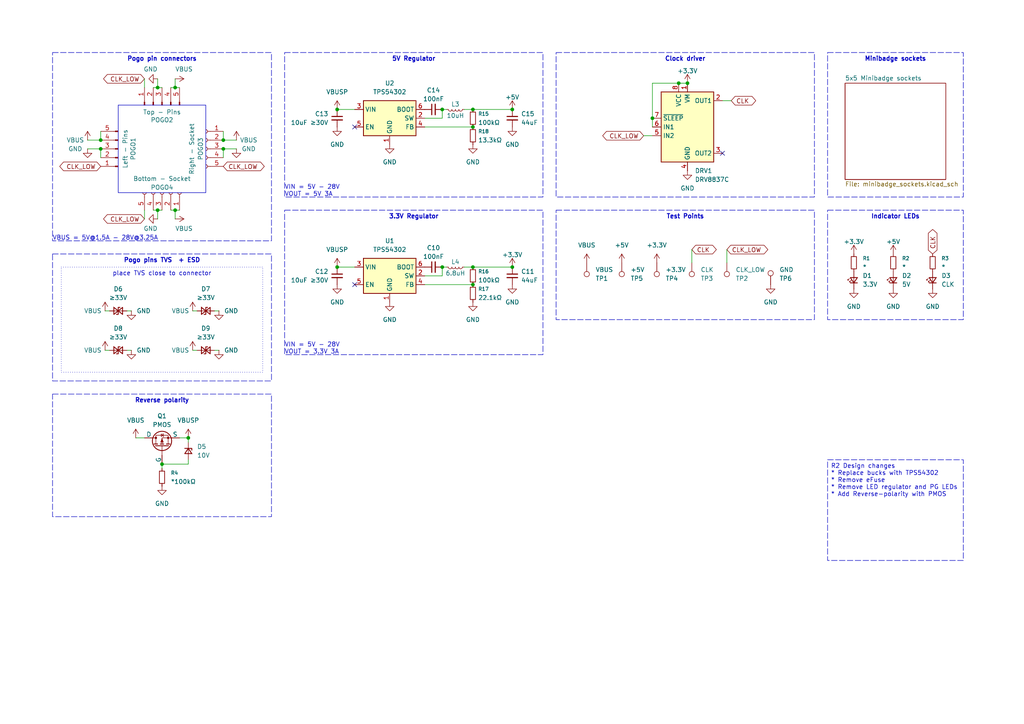
<source format=kicad_sch>
(kicad_sch (version 20250114) (generator "eeschema") (generator_version "9.0")
  (paper "A4")
  (title_block (title "5x5 Tileable Minibadge Display") (date "2026-01-09") (rev "R2") (company "Pips Engineering") (comment 1 "Vin = 5V - 28V 3.25A") (comment 2 "Vout = 3.3V & 5V 3A"))
  (lib_symbols
    (symbol "Connector:Conn_01x05_Pin" (pin_names (offset 1.016) (hide yes))
      (property "Reference" "J" (at 0 7.62 0))
      (property "Value" "Conn_01x05_Pin" (at 0 -7.62 0))
      (symbol "Conn_01x05_Pin_1_1"
        (rectangle (start 0.8636 5.207) (end 0 4.953) (stroke (width 0.1524)) (fill (type outline)))
        (rectangle (start 0.8636 2.667) (end 0 2.413) (stroke (width 0.1524)) (fill (type outline)))
        (rectangle (start 0.8636 0.127) (end 0 -0.127) (stroke (width 0.1524)) (fill (type outline)))
        (rectangle (start 0.8636 -2.413) (end 0 -2.667) (stroke (width 0.1524)) (fill (type outline)))
        (rectangle (start 0.8636 -4.953) (end 0 -5.207) (stroke (width 0.1524)) (fill (type outline)))
        (polyline (pts (xy 1.27 5.08) (xy 0.8636 5.08)) (stroke (width 0.1524)))
        (polyline (pts (xy 1.27 2.54) (xy 0.8636 2.54)) (stroke (width 0.1524)))
        (polyline (pts (xy 1.27 0) (xy 0.8636 0)) (stroke (width 0.1524)))
        (polyline (pts (xy 1.27 -2.54) (xy 0.8636 -2.54)) (stroke (width 0.1524)))
        (polyline (pts (xy 1.27 -5.08) (xy 0.8636 -5.08)) (stroke (width 0.1524)))
        (pin passive line (at 5.08 5.08 180) (length 3.81) (name "Pin_1") (number "1"))
        (pin passive line (at 5.08 2.54 180) (length 3.81) (name "Pin_2") (number "2"))
        (pin passive line (at 5.08 0 180) (length 3.81) (name "Pin_3") (number "3"))
        (pin passive line (at 5.08 -2.54 180) (length 3.81) (name "Pin_4") (number "4"))
        (pin passive line (at 5.08 -5.08 180) (length 3.81) (name "Pin_5") (number "5"))
      )
    )
    (symbol "Connector:Conn_01x05_Socket" (pin_names (offset 1.016) (hide yes))
      (property "Reference" "J" (at 0 7.62 0))
      (property "Value" "Conn_01x05_Socket" (at 0 -7.62 0))
      (symbol "Conn_01x05_Socket_1_1"
        (polyline (pts (xy -1.27 5.08) (xy -0.508 5.08)) (stroke (width 0.1524)))
        (polyline (pts (xy -1.27 2.54) (xy -0.508 2.54)) (stroke (width 0.1524)))
        (polyline (pts (xy -1.27 0) (xy -0.508 0)) (stroke (width 0.1524)))
        (polyline (pts (xy -1.27 -2.54) (xy -0.508 -2.54)) (stroke (width 0.1524)))
        (polyline (pts (xy -1.27 -5.08) (xy -0.508 -5.08)) (stroke (width 0.1524)))
        (arc (start 0 4.572) (mid -0.5058 5.08) (end 0 5.588) (stroke (width 0.1524)))
        (arc (start 0 2.032) (mid -0.5058 2.54) (end 0 3.048) (stroke (width 0.1524)))
        (arc (start 0 -0.508) (mid -0.5058 0) (end 0 0.508) (stroke (width 0.1524)))
        (arc (start 0 -3.048) (mid -0.5058 -2.54) (end 0 -2.032) (stroke (width 0.1524)))
        (arc (start 0 -5.588) (mid -0.5058 -5.08) (end 0 -4.572) (stroke (width 0.1524)))
        (pin passive line (at -5.08 5.08 0) (length 3.81) (name "Pin_1") (number "1"))
        (pin passive line (at -5.08 2.54 0) (length 3.81) (name "Pin_2") (number "2"))
        (pin passive line (at -5.08 0 0) (length 3.81) (name "Pin_3") (number "3"))
        (pin passive line (at -5.08 -2.54 0) (length 3.81) (name "Pin_4") (number "4"))
        (pin passive line (at -5.08 -5.08 0) (length 3.81) (name "Pin_5") (number "5"))
      )
    )
    (symbol "Connector:TestPoint" (pin_numbers (hide yes)) (pin_names (offset 0.762) (hide yes))
      (property "Reference" "TP" (at 0 6.858 0))
      (property "Value" "TestPoint" (at 0 5.08 0))
      (symbol "TestPoint_0_1"
        (circle (center 0 3.302) (radius 0.762))
      )
      (symbol "TestPoint_1_1"
        (pin passive line (at 0 0 90) (length 2.54) (name "1") (number "1"))
      )
    )
    (symbol "Device:C_Small" (pin_numbers (hide yes)) (pin_names (offset 0.254) (hide yes))
      (property "Reference" "C" (at 0.254 1.778 0))
      (property "Value" "C_Small" (at 0.254 -2.032 0))
      (symbol "C_Small_0_1"
        (polyline (pts (xy -1.524 0.508) (xy 1.524 0.508)) (stroke (width 0.3048)))
        (polyline (pts (xy -1.524 -0.508) (xy 1.524 -0.508)) (stroke (width 0.3302)))
      )
      (symbol "C_Small_1_1"
        (pin passive line (at 0 2.54 270) (length 2.032) (name "~") (number "1"))
        (pin passive line (at 0 -2.54 90) (length 2.032) (name "~") (number "2"))
      )
    )
    (symbol "Device:D_TVS_Small" (pin_numbers (hide yes)) (pin_names (offset 1.016) (hide yes))
      (property "Reference" "D" (at 0 2.54 0))
      (property "Value" "D_TVS_Small" (at 0 -2.54 0))
      (symbol "D_TVS_Small_0_1"
        (polyline (pts (xy -1.27 1.016) (xy -1.27 -1.016) (xy 1.27 1.016) (xy 1.27 -1.016) (xy -1.27 1.016)) (stroke (width 0.254)))
        (polyline (pts (xy -1.27 0) (xy 1.27 0)))
        (polyline (pts (xy 0.508 1.016) (xy 0 1.016) (xy 0 -1.016) (xy -0.508 -1.016)) (stroke (width 0.254)))
      )
      (symbol "D_TVS_Small_1_1"
        (pin passive line (at -2.54 0 0) (length 1.27) (name "A1") (number "1"))
        (pin passive line (at 2.54 0 180) (length 1.27) (name "A2") (number "2"))
      )
    )
    (symbol "Device:D_Zener_Small" (pin_numbers (hide yes)) (pin_names (offset 0.254) (hide yes))
      (property "Reference" "D" (at 0 2.286 0))
      (property "Value" "D_Zener_Small" (at 0 -2.286 0))
      (symbol "D_Zener_Small_0_1"
        (polyline (pts (xy -0.254 1.016) (xy -0.762 1.016) (xy -0.762 -1.016)) (stroke (width 0.254)))
        (polyline (pts (xy 0.762 1.016) (xy -0.762 0) (xy 0.762 -1.016) (xy 0.762 1.016)) (stroke (width 0.254)))
        (polyline (pts (xy 0.762 0) (xy -0.762 0)))
      )
      (symbol "D_Zener_Small_1_1"
        (pin passive line (at -2.54 0 0) (length 1.778) (name "K") (number "1"))
        (pin passive line (at 2.54 0 180) (length 1.778) (name "A") (number "2"))
      )
    )
    (symbol "Device:LED_Small" (pin_numbers (hide yes)) (pin_names (offset 0.254) (hide yes))
      (property "Reference" "D" (at -1.27 3.175 0))
      (property "Value" "LED_Small" (at -4.445 -2.54 0))
      (symbol "LED_Small_0_1"
        (polyline (pts (xy -0.762 -1.016) (xy -0.762 1.016)) (stroke (width 0.254)))
        (polyline (pts (xy 0 0.762) (xy -0.508 1.27) (xy -0.254 1.27) (xy -0.508 1.27) (xy -0.508 1.016)))
        (polyline (pts (xy 0.508 1.27) (xy 0 1.778) (xy 0.254 1.778) (xy 0 1.778) (xy 0 1.524)))
        (polyline (pts (xy 0.762 -1.016) (xy -0.762 0) (xy 0.762 1.016) (xy 0.762 -1.016)) (stroke (width 0.254)))
        (polyline (pts (xy 1.016 0) (xy -0.762 0)))
      )
      (symbol "LED_Small_1_1"
        (pin passive line (at -2.54 0 0) (length 1.778) (name "K") (number "1"))
        (pin passive line (at 2.54 0 180) (length 1.778) (name "A") (number "2"))
      )
    )
    (symbol "Device:L_Small" (pin_numbers (hide yes)) (pin_names (offset 0.254) (hide yes))
      (property "Reference" "L" (at 0.762 1.016 0))
      (property "Value" "L_Small" (at 0.762 -1.016 0))
      (symbol "L_Small_0_1"
        (arc (start 0 2.032) (mid 0.5058 1.524) (end 0 1.016))
        (arc (start 0 1.016) (mid 0.5058 0.508) (end 0 0))
        (arc (start 0 0) (mid 0.5058 -0.508) (end 0 -1.016))
        (arc (start 0 -1.016) (mid 0.5058 -1.524) (end 0 -2.032))
      )
      (symbol "L_Small_1_1"
        (pin passive line (at 0 2.54 270) (length 0.508) (name "~") (number "1"))
        (pin passive line (at 0 -2.54 90) (length 0.508) (name "~") (number "2"))
      )
    )
    (symbol "Device:R_Small" (pin_numbers (hide yes)) (pin_names (offset 0.254) (hide yes))
      (property "Reference" "R" (at 0 0 90))
      (property "Value" "R_Small" (at 1.778 0 90))
      (symbol "R_Small_0_1"
        (rectangle (start -0.762 1.778) (end 0.762 -1.778) (stroke (width 0.2032)))
      )
      (symbol "R_Small_1_1"
        (pin passive line (at 0 2.54 270) (length 0.762) (name "~") (number "1"))
        (pin passive line (at 0 -2.54 90) (length 0.762) (name "~") (number "2"))
      )
    )
    (symbol "Driver_Motor:DRV8837C"
      (property "Reference" "U" (at 6.35 11.43 0))
      (property "Value" "DRV8837C" (at -10.16 11.43 0))
      (symbol "DRV8837C_0_1"
        (rectangle (start -7.62 10.16) (end 7.62 -10.16) (stroke (width 0.254)) (fill (type background)))
      )
      (symbol "DRV8837C_1_1"
        (pin input line (at -10.16 2.54 0) (length 2.54) (name "~{SLEEP}") (number "7"))
        (pin input line (at -10.16 0 0) (length 2.54) (name "IN1") (number "6"))
        (pin input line (at -10.16 -2.54 0) (length 2.54) (name "IN2") (number "5"))
        (pin power_in line (at -2.54 12.7 270) (length 2.54) (name "VCC") (number "8"))
        (pin power_in line (at 0 12.7 270) (length 2.54) (name "VM") (number "1"))
        (pin power_in line (at 0 -12.7 90) (length 2.54) (name "GND") (number "4"))
        (pin passive line (at 0 -12.7 90) (length 2.54) (hide yes) (name "GND") (number "9"))
        (pin output line (at 10.16 7.62 180) (length 2.54) (name "OUT1") (number "2"))
        (pin output line (at 10.16 -7.62 180) (length 2.54) (name "OUT2") (number "3"))
      )
    )
    (symbol "Regulator_Switching:TPS54302"
      (property "Reference" "U" (at -7.62 6.35 0))
      (property "Value" "TPS54302" (at 0 6.35 0))
      (symbol "TPS54302_0_1"
        (rectangle (start -7.62 5.08) (end 7.62 -5.08) (stroke (width 0.254)) (fill (type background)))
      )
      (symbol "TPS54302_1_1"
        (pin power_in line (at -10.16 2.54 0) (length 2.54) (name "VIN") (number "3"))
        (pin input line (at -10.16 -2.54 0) (length 2.54) (name "EN") (number "5"))
        (pin power_in line (at 0 -7.62 90) (length 2.54) (name "GND") (number "1"))
        (pin passive line (at 10.16 2.54 180) (length 2.54) (name "BOOT") (number "6"))
        (pin power_out line (at 10.16 0 180) (length 2.54) (name "SW") (number "2"))
        (pin input line (at 10.16 -2.54 180) (length 2.54) (name "FB") (number "4"))
      )
    )
    (symbol "Simulation_SPICE:PMOS" (pin_numbers (hide yes)) (pin_names (offset 0))
      (property "Reference" "Q" (at 5.08 1.27 0))
      (property "Value" "PMOS" (at 5.08 -1.27 0))
      (symbol "PMOS_0_1"
        (polyline (pts (xy 0.254 1.905) (xy 0.254 -1.905)) (stroke (width 0.254)))
        (polyline (pts (xy 0.254 0) (xy -2.54 0)))
        (polyline (pts (xy 0.762 2.286) (xy 0.762 1.27)) (stroke (width 0.254)))
        (polyline (pts (xy 0.762 1.778) (xy 3.302 1.778) (xy 3.302 -1.778) (xy 0.762 -1.778)))
        (polyline (pts (xy 0.762 0.508) (xy 0.762 -0.508)) (stroke (width 0.254)))
        (polyline (pts (xy 0.762 -1.27) (xy 0.762 -2.286)) (stroke (width 0.254)))
        (circle (center 1.651 0) (radius 2.794) (stroke (width 0.254)))
        (polyline (pts (xy 2.286 0) (xy 1.27 0.381) (xy 1.27 -0.381) (xy 2.286 0)) (fill (type outline)))
        (polyline (pts (xy 2.54 2.54) (xy 2.54 1.778)))
        (circle (center 2.54 1.778) (radius 0.254) (fill (type outline)))
        (circle (center 2.54 -1.778) (radius 0.254) (fill (type outline)))
        (polyline (pts (xy 2.54 -2.54) (xy 2.54 0) (xy 0.762 0)))
        (polyline (pts (xy 2.794 -0.508) (xy 2.921 -0.381) (xy 3.683 -0.381) (xy 3.81 -0.254)))
        (polyline (pts (xy 3.302 -0.381) (xy 2.921 0.254) (xy 3.683 0.254) (xy 3.302 -0.381)))
      )
      (symbol "PMOS_1_1"
        (pin input line (at -5.08 0 0) (length 2.54) (name "G") (number "2"))
        (pin passive line (at 2.54 5.08 270) (length 2.54) (name "D") (number "1"))
        (pin passive line (at 2.54 -5.08 90) (length 2.54) (name "S") (number "3"))
      )
    )
    (symbol "power:+3.3V" (power) (pin_numbers (hide yes)) (pin_names (offset 0) (hide yes))
      (property "Value" "+3.3V" (at 0 3.556 0))
      (symbol "+3.3V_0_1"
        (polyline (pts (xy -0.762 1.27) (xy 0 2.54)))
        (polyline (pts (xy 0 2.54) (xy 0.762 1.27)))
        (polyline (pts (xy 0 0) (xy 0 2.54)))
      )
      (symbol "+3.3V_1_1"
        (pin power_in line (at 0 0 90) (length 0) (name "~") (number "1"))
      )
    )
    (symbol "power:+5V" (power) (pin_numbers (hide yes)) (pin_names (offset 0) (hide yes))
      (property "Value" "+5V" (at 0 3.556 0))
      (symbol "+5V_0_1"
        (polyline (pts (xy -0.762 1.27) (xy 0 2.54)))
        (polyline (pts (xy 0 2.54) (xy 0.762 1.27)))
        (polyline (pts (xy 0 0) (xy 0 2.54)))
      )
      (symbol "+5V_1_1"
        (pin power_in line (at 0 0 90) (length 0) (name "~") (number "1"))
      )
    )
    (symbol "power:GND" (power) (pin_numbers (hide yes)) (pin_names (offset 0) (hide yes))
      (property "Value" "GND" (at 0 -3.81 0))
      (symbol "GND_0_1"
        (polyline (pts (xy 0 0) (xy 0 -1.27) (xy 1.27 -1.27) (xy 0 -2.54) (xy -1.27 -1.27) (xy 0 -1.27)))
      )
      (symbol "GND_1_1"
        (pin power_in line (at 0 0 270) (length 0) (name "~") (number "1"))
      )
    )
    (symbol "power:VBUS" (power) (pin_numbers (hide yes)) (pin_names (offset 0) (hide yes))
      (property "Value" "VBUS" (at 0 3.556 0))
      (symbol "VBUS_0_1"
        (polyline (pts (xy -0.762 1.27) (xy 0 2.54)))
        (polyline (pts (xy 0 2.54) (xy 0.762 1.27)))
        (polyline (pts (xy 0 0) (xy 0 2.54)))
      )
      (symbol "VBUS_1_1"
        (pin power_in line (at 0 0 90) (length 0) (name "~") (number "1"))
      )
    )
  )
  (rectangle (start 34.29 30.48) (end 59.69 55.88))
  (text "VBUS = 5V@1.5A - 28V@3.25A" (at 15.24 69.85 0) (effects (font (size 1.27 1.27)) (justify left bottom)))
  (text "VIN = 5V - 28V\nVOUT = 5V 3A" (at 82.55 57.15 0) (effects (font (size 1.27 1.27)) (justify left bottom)))
  (text "VIN = 5V - 28V\nVOUT = 3.3V 3A" (at 82.55 102.87 0) (effects (font (size 1.27 1.27)) (justify left bottom)))
  (text_box "3.3V Regulator" (at 82.55 60.96 0) (size 74.93 41.91) (margins 0.9525 0.9525 0.9525 0.9525) (stroke (width 0) (type dash)) (effects (font (size 1.27 1.27) (thickness 0.254) (bold yes)) (justify top)))
  (text_box "Reverse polarity" (at 15.24 114.3 0) (size 63.5 35.56) (margins 0.9525 0.9525 0.9525 0.9525) (stroke (width 0) (type dash)) (effects (font (size 1.27 1.27) (thickness 0.254) (bold yes)) (justify top)))
  (text_box "Clock driver" (at 161.29 15.24 0) (size 74.93 41.91) (margins 0.9525 0.9525 0.9525 0.9525) (stroke (width 0) (type dash)) (effects (font (size 1.27 1.27) (thickness 0.254) (bold yes)) (justify top)))
  (text_box "place TVS close to connector" (at 17.78 77.47 0) (size 58.42 30.48) (margins 0.9525 0.9525 0.9525 0.9525) (stroke (width 0) (type dot)) (effects (font (size 1.27 1.27)) (justify top)))
  (text_box "Test Points" (at 161.29 60.96 0) (size 74.93 31.75) (margins 0.9525 0.9525 0.9525 0.9525) (stroke (width 0) (type dash)) (effects (font (size 1.27 1.27) (thickness 0.254) (bold yes)) (justify top)))
  (text_box "Indicator LEDs" (at 240.03 60.96 0) (size 39.37 31.75) (margins 0.9525 0.9525 0.9525 0.9525) (stroke (width 0) (type dash)) (effects (font (size 1.27 1.27) (thickness 0.254) (bold yes)) (justify top)))
  (text_box "Pogo pins TVS  + ESD" (at 15.24 73.66 0) (size 63.5 36.83) (margins 0.9525 0.9525 0.9525 0.9525) (stroke (width 0) (type dash)) (effects (font (size 1.27 1.27) (thickness 0.254) (bold yes)) (justify top)))
  (text_box "Pogo pin connectors" (at 15.24 15.24 0) (size 63.5 54.61) (margins 0.9525 0.9525 0.9525 0.9525) (stroke (width 0) (type dash)) (effects (font (size 1.27 1.27) (thickness 0.254) (bold yes)) (justify top)))
  (text_box "Minibadge sockets" (at 240.03 15.24 0) (size 39.37 41.91) (margins 0.9525 0.9525 0.9525 0.9525) (stroke (width 0) (type dash)) (effects (font (size 1.27 1.27) (thickness 0.254) (bold yes)) (justify top)))
  (text_box "R2 Design changes\n* Replace bucks with TPS54302\n* Remove eFuse\n* Remove LED regulator and PG LEDs\n* Add Reverse-polarity with PMOS" (at 240.03 133.35 0) (size 39.37 29.21) (margins 0.9525 0.9525 0.9525 0.9525) (stroke (width 0) (type dash)) (effects (font (size 1.27 1.27)) (justify left top)))
  (text_box "5V Regulator" (at 82.55 15.24 0) (size 74.93 41.91) (margins 0.9525 0.9525 0.9525 0.9525) (stroke (width 0) (type dash)) (effects (font (size 1.27 1.27) (thickness 0.254) (bold yes)) (justify top)))
  (junction (at 50.8 60.96))
  (junction (at 137.16 31.75))
  (junction (at 46.99 134.62))
  (junction (at 128.27 77.47))
  (junction (at 45.72 60.96))
  (junction (at 54.61 127))
  (junction (at 148.59 77.47))
  (junction (at 50.8 25.4))
  (junction (at 97.79 31.75))
  (junction (at 45.72 25.4))
  (junction (at 64.77 40.64))
  (junction (at 199.39 24.13))
  (junction (at 137.16 77.47))
  (junction (at 196.85 24.13))
  (junction (at 29.21 43.18))
  (junction (at 128.27 31.75))
  (junction (at 137.16 82.55))
  (junction (at 29.21 40.64))
  (junction (at 137.16 36.83))
  (junction (at 64.77 43.18))
  (junction (at 148.59 31.75))
  (junction (at 97.79 77.47))
  (junction (at 189.23 34.29))
  (no_connect (at 102.87 36.83))
  (no_connect (at 209.55 44.45))
  (no_connect (at 102.87 82.55))
  (wire (pts (xy 25.4 40.64) (xy 29.21 40.64)))
  (wire (pts (xy 200.66 72.39) (xy 200.66 76.2)))
  (wire (pts (xy 29.21 43.18) (xy 29.21 45.72)))
  (wire (pts (xy 39.37 127) (xy 41.91 127)))
  (wire (pts (xy 52.07 25.4) (xy 50.8 25.4)))
  (wire (pts (xy 196.85 24.13) (xy 189.23 24.13)))
  (wire (pts (xy 68.58 40.64) (xy 64.77 40.64)))
  (wire (pts (xy 52.07 127) (xy 54.61 127)))
  (wire (pts (xy 45.72 25.4) (xy 44.45 25.4)))
  (wire (pts (xy 210.82 72.39) (xy 210.82 76.2)))
  (wire (pts (xy 45.72 60.96) (xy 44.45 60.96)))
  (wire (pts (xy 63.5 101.6) (xy 62.23 101.6)))
  (wire (pts (xy 134.62 31.75) (xy 137.16 31.75)))
  (wire (pts (xy 45.72 25.4) (xy 46.99 25.4)))
  (wire (pts (xy 134.62 77.47) (xy 137.16 77.47)))
  (wire (pts (xy 123.19 82.55) (xy 137.16 82.55)))
  (wire (pts (xy 137.16 31.75) (xy 148.59 31.75)))
  (wire (pts (xy 30.48 90.17) (xy 31.75 90.17)))
  (wire (pts (xy 199.39 24.13) (xy 196.85 24.13)))
  (wire (pts (xy 97.79 31.75) (xy 102.87 31.75)))
  (wire (pts (xy 64.77 40.64) (xy 64.77 38.1)))
  (wire (pts (xy 38.1 101.6) (xy 36.83 101.6)))
  (wire (pts (xy 41.91 63.5) (xy 41.91 60.96)))
  (wire (pts (xy 63.5 90.17) (xy 62.23 90.17)))
  (wire (pts (xy 29.21 38.1) (xy 29.21 40.64)))
  (wire (pts (xy 123.19 36.83) (xy 137.16 36.83)))
  (wire (pts (xy 137.16 77.47) (xy 148.59 77.47)))
  (wire (pts (xy 50.8 22.86) (xy 50.8 25.4)))
  (wire (pts (xy 45.72 22.86) (xy 45.72 25.4)))
  (wire (pts (xy 55.88 101.6) (xy 57.15 101.6)))
  (wire (pts (xy 123.19 34.29) (xy 128.27 34.29)))
  (wire (pts (xy 97.79 77.47) (xy 102.87 77.47)))
  (wire (pts (xy 25.4 43.18) (xy 29.21 43.18)))
  (wire (pts (xy 45.72 63.5) (xy 45.72 60.96)))
  (wire (pts (xy 30.48 101.6) (xy 31.75 101.6)))
  (wire (pts (xy 128.27 34.29) (xy 128.27 31.75)))
  (wire (pts (xy 128.27 31.75) (xy 129.54 31.75)))
  (wire (pts (xy 55.88 90.17) (xy 57.15 90.17)))
  (wire (pts (xy 38.1 90.17) (xy 36.83 90.17)))
  (wire (pts (xy 186.69 39.37) (xy 189.23 39.37)))
  (wire (pts (xy 46.99 134.62) (xy 54.61 134.62)))
  (wire (pts (xy 189.23 34.29) (xy 189.23 36.83)))
  (wire (pts (xy 128.27 77.47) (xy 129.54 77.47)))
  (wire (pts (xy 189.23 24.13) (xy 189.23 34.29)))
  (wire (pts (xy 46.99 134.62) (xy 46.99 135.89)))
  (wire (pts (xy 212.09 29.21) (xy 209.55 29.21)))
  (wire (pts (xy 54.61 133.35) (xy 54.61 134.62)))
  (wire (pts (xy 64.77 43.18) (xy 68.58 43.18)))
  (wire (pts (xy 50.8 60.96) (xy 49.53 60.96)))
  (wire (pts (xy 41.91 22.86) (xy 41.91 25.4)))
  (wire (pts (xy 54.61 127) (xy 54.61 128.27)))
  (wire (pts (xy 64.77 43.18) (xy 64.77 45.72)))
  (wire (pts (xy 50.8 25.4) (xy 49.53 25.4)))
  (wire (pts (xy 123.19 80.01) (xy 128.27 80.01)))
  (wire (pts (xy 46.99 60.96) (xy 45.72 60.96)))
  (wire (pts (xy 128.27 80.01) (xy 128.27 77.47)))
  (wire (pts (xy 50.8 60.96) (xy 52.07 60.96)))
  (wire (pts (xy 50.8 63.5) (xy 50.8 60.96)))
  (global_label "CLK" (shape bidirectional) (at 200.66 72.39 0) (property "Intersheetrefs" "${INTERSHEET_REFS}" (effects (hide yes))))
  (global_label "CLK" (shape bidirectional) (at 270.51 73.66 90) (property "Intersheetrefs" "${INTERSHEET_REFS}" (effects (hide yes))))
  (global_label "CLK_LOW" (shape bidirectional) (at 41.91 22.86 180) (property "Intersheetrefs" "${INTERSHEET_REFS}" (effects (hide yes))))
  (global_label "CLK_LOW" (shape bidirectional) (at 210.82 72.39 0) (property "Intersheetrefs" "${INTERSHEET_REFS}" (effects (hide yes))))
  (global_label "CLK_LOW" (shape bidirectional) (at 29.21 48.26 180) (property "Intersheetrefs" "${INTERSHEET_REFS}" (effects (hide yes))))
  (global_label "CLK" (shape bidirectional) (at 212.09 29.21 0) (property "Intersheetrefs" "${INTERSHEET_REFS}" (effects (hide yes))))
  (global_label "CLK_LOW" (shape bidirectional) (at 64.77 48.26 0) (property "Intersheetrefs" "${INTERSHEET_REFS}" (effects (hide yes))))
  (global_label "CLK_LOW" (shape bidirectional) (at 41.91 63.5 180) (property "Intersheetrefs" "${INTERSHEET_REFS}" (effects (hide yes))))
  (global_label "CLK_LOW" (shape bidirectional) (at 186.69 39.37 180) (property "Intersheetrefs" "${INTERSHEET_REFS}" (effects (hide yes))))
  (symbol (lib_id "power:GND") (at 223.52 82.55 0) (unit 1)
    (property "Reference" "#PWR0164" (effects (hide yes)))
    (property "Value" "GND" (at 223.52 87.63 0))
    (property "Description" "Power symbol creates a global label with name \"GND\" , ground" (effects (hide yes)))
  )
  (symbol (lib_id "Device:L_Small") (at 132.08 31.75 90) (mirror x) (unit 1)
    (property "Reference" "L3" (at 132.08 30.226 90))
    (property "Value" "10uH" (at 132.08 33.528 90))
    (property "Description" "Inductor, small symbol" (effects (hide yes)))
    (property "LCSC Part #" "C5189958" (effects (hide yes)))
  )
  (symbol (lib_id "power:VBUS") (at 54.61 127 0) (unit 1)
    (property "Reference" "#PWR0170" (effects (hide yes)))
    (property "Value" "VBUSP" (at 54.61 121.92 0))
    (property "Description" "Power symbol creates a global label with name \"VBUS\"" (effects (hide yes)))
  )
  (symbol (lib_id "power:GND") (at 38.1 101.6 0) (mirror y) (unit 1)
    (property "Reference" "#PWR0189" (effects (hide yes)))
    (property "Value" "GND" (at 41.656 101.6 0))
    (property "Description" "Power symbol creates a global label with name \"GND\" , ground" (effects (hide yes)))
  )
  (symbol (lib_id "Device:R_Small") (at 270.51 76.2 0) (unit 1)
    (property "Reference" "R3" (at 273.05 74.9299 0) (effects (font (size 1.016 1.016)) (justify left)))
    (property "Value" "*" (at 273.05 77.4699 0) (effects (justify left)))
    (property "Description" "Resistor, small symbol" (effects (hide yes)))
  )
  (symbol (lib_id "Device:C_Small") (at 148.59 80.01 0) (unit 1)
    (property "Reference" "C11" (at 151.13 78.7462 0) (effects (justify left)))
    (property "Value" "44uF" (at 151.13 81.2862 0) (effects (justify left)))
    (property "Description" "Unpolarized capacitor, small symbol" (effects (hide yes)))
  )
  (symbol (lib_id "power:VBUS") (at 170.18 76.2 0) (unit 1)
    (property "Reference" "#PWR0167" (effects (hide yes)))
    (property "Value" "VBUS" (at 170.18 71.12 0))
    (property "Description" "Power symbol creates a global label with name \"VBUS\"" (effects (hide yes)))
  )
  (symbol (lib_id "Device:R_Small") (at 137.16 34.29 0) (unit 1)
    (property "Reference" "R15" (at 138.684 33.02 0) (effects (font (size 1.016 1.016)) (justify left)))
    (property "Value" "100kΩ" (at 138.684 35.56 0) (effects (justify left)))
    (property "Description" "Resistor, small symbol" (effects (hide yes)))
  )
  (symbol (lib_id "power:VBUS") (at 30.48 90.17 0) (unit 1)
    (property "Reference" "#PWR0169" (effects (hide yes)))
    (property "Value" "VBUS" (at 26.924 90.17 0))
    (property "Description" "Power symbol creates a global label with name \"VBUS\"" (effects (hide yes)))
  )
  (symbol (lib_id "power:GND") (at 63.5 101.6 0) (mirror y) (unit 1)
    (property "Reference" "#PWR0191" (effects (hide yes)))
    (property "Value" "GND" (at 67.056 101.6 0))
    (property "Description" "Power symbol creates a global label with name \"GND\" , ground" (effects (hide yes)))
  )
  (symbol (lib_id "power:+5V") (at 180.34 76.2 0) (unit 1)
    (property "Reference" "#PWR0165" (effects (hide yes)))
    (property "Value" "+5V" (at 180.34 71.12 0))
    (property "Description" "Power symbol creates a global label with name \"+5V\"" (effects (hide yes)))
  )
  (symbol (lib_id "power:GND") (at 25.4 43.18 0) (unit 1)
    (property "Reference" "#PWR02" (effects (hide yes)))
    (property "Value" "GND" (at 21.844 43.18 0))
    (property "Description" "Power symbol creates a global label with name \"GND\" , ground" (effects (hide yes)))
  )
  (symbol (lib_id "Device:C_Small") (at 148.59 34.29 0) (unit 1)
    (property "Reference" "C15" (at 151.13 33.0262 0) (effects (justify left)))
    (property "Value" "44uF" (at 151.13 35.5662 0) (effects (justify left)))
    (property "Description" "Unpolarized capacitor, small symbol" (effects (hide yes)))
  )
  (symbol (lib_id "Device:C_Small") (at 125.73 77.47 90) (unit 1)
    (property "Reference" "C10" (at 125.73 71.882 90))
    (property "Value" "100nF" (at 125.73 74.422 90))
    (property "Description" "Unpolarized capacitor, small symbol" (effects (hide yes)))
  )
  (symbol (lib_id "power:GND") (at 45.72 22.86 270) (unit 1)
    (property "Reference" "#PWR0155" (effects (hide yes)))
    (property "Value" "GND" (at 45.72 20.066 90) (effects (justify right)))
    (property "Description" "Power symbol creates a global label with name \"GND\" , ground" (effects (hide yes)))
  )
  (symbol (lib_id "power:VBUS") (at 39.37 127 0) (unit 1)
    (property "Reference" "#PWR0168" (effects (hide yes)))
    (property "Value" "VBUS" (at 39.37 121.92 0))
    (property "Description" "Power symbol creates a global label with name \"VBUS\"" (effects (hide yes)))
  )
  (symbol (lib_id "power:GND") (at 38.1 90.17 0) (mirror y) (unit 1)
    (property "Reference" "#PWR0171" (effects (hide yes)))
    (property "Value" "GND" (at 41.656 90.17 0))
    (property "Description" "Power symbol creates a global label with name \"GND\" , ground" (effects (hide yes)))
  )
  (symbol (lib_id "Device:D_TVS_Small") (at 59.69 101.6 0) (unit 1)
    (property "Reference" "D9" (at 59.69 95.25 0))
    (property "Value" "≥33V" (at 59.69 97.79 0))
    (property "Footprint" "Diode_SMD:D_SMA" (effects (hide yes)))
    (property "Description" "Bidirectional transient-voltage-suppression diode, small symbol" (effects (hide yes)))
    (property "LCSC Part #" "C134981" (effects (hide yes)))
  )
  (symbol (lib_id "Device:D_TVS_Small") (at 59.69 90.17 0) (unit 1)
    (property "Reference" "D7" (at 59.69 83.82 0))
    (property "Value" "≥33V" (at 59.69 86.36 0))
    (property "Footprint" "Diode_SMD:D_SMA" (effects (hide yes)))
    (property "Description" "Bidirectional transient-voltage-suppression diode, small symbol" (effects (hide yes)))
    (property "LCSC Part #" "C134981" (effects (hide yes)))
  )
  (symbol (lib_id "power:+3.3V") (at 190.5 76.2 0) (unit 1)
    (property "Reference" "#PWR0166" (effects (hide yes)))
    (property "Value" "+3.3V" (at 190.5 71.12 0))
    (property "Description" "Power symbol creates a global label with name \"+3.3V\"" (effects (hide yes)))
  )
  (symbol (lib_id "power:VBUS") (at 97.79 31.75 0) (unit 1)
    (property "Reference" "#PWR0174" (effects (hide yes)))
    (property "Value" "VBUSP" (at 97.79 26.67 0))
    (property "Description" "Power symbol creates a global label with name \"VBUS\"" (effects (hide yes)))
  )
  (symbol (lib_id "power:GND") (at 148.59 36.83 0) (unit 1)
    (property "Reference" "#PWR0209" (effects (hide yes)))
    (property "Value" "GND" (at 148.59 41.91 0))
    (property "Description" "Power symbol creates a global label with name \"GND\" , ground" (effects (hide yes)))
  )
  (symbol (lib_id "power:VBUS") (at 30.48 101.6 0) (unit 1)
    (property "Reference" "#PWR0188" (effects (hide yes)))
    (property "Value" "VBUS" (at 26.924 101.6 0))
    (property "Description" "Power symbol creates a global label with name \"VBUS\"" (effects (hide yes)))
  )
  (symbol (lib_id "Device:C_Small") (at 125.73 31.75 90) (unit 1)
    (property "Reference" "C14" (at 125.73 26.162 90))
    (property "Value" "100nF" (at 125.73 28.702 90))
    (property "Description" "Unpolarized capacitor, small symbol" (effects (hide yes)))
  )
  (symbol (lib_id "Device:D_Zener_Small") (at 54.61 130.81 270) (unit 1)
    (property "Reference" "D5" (at 57.15 129.5399 90) (effects (justify left)))
    (property "Value" "10V" (at 57.15 132.0799 90) (effects (justify left)))
    (property "Description" "Zener diode, small symbol" (effects (hide yes)))
  )
  (symbol (lib_id "Connector:Conn_01x05_Socket") (at 59.69 43.18 0) (mirror y) (unit 1) (in_bom no)
    (property "Reference" "POGO3" (at 58.166 43.18 90))
    (property "Value" "Right - Socket" (at 55.626 43.18 90))
    (property "Footprint" "Connector_PinSocket_2.54mm:PinSocket_1x05_P2.54mm_Horizontal" (effects (hide yes)))
    (property "Description" "Generic connector, single row, 01x05, script generated" (effects (hide yes)))
  )
  (symbol (lib_id "Connector:Conn_01x05_Pin") (at 46.99 30.48 90) (unit 1) (in_bom no)
    (property "Reference" "POGO2" (at 46.99 34.798 90))
    (property "Value" "Top - Pins" (at 46.99 32.512 90))
    (property "Footprint" "Connector_PinSocket_2.54mm:PinSocket_1x05_P2.54mm_Horizontal" (effects (hide yes)))
    (property "Description" "Generic connector, single row, 01x05, script generated" (effects (hide yes)))
  )
  (symbol (lib_id "power:GND") (at 137.16 87.63 0) (unit 1)
    (property "Reference" "#PWR0202" (effects (hide yes)))
    (property "Value" "GND" (at 137.16 92.71 0))
    (property "Description" "Power symbol creates a global label with name \"GND\" , ground" (effects (hide yes)))
  )
  (symbol (lib_id "Device:C_Small") (at 97.79 80.01 0) (mirror y) (unit 1)
    (property "Reference" "C12" (at 95.25 78.7462 0) (effects (justify left)))
    (property "Value" "10uF ≥30V" (at 95.25 81.2862 0) (effects (justify left)))
    (property "Description" "Unpolarized capacitor, small symbol" (effects (hide yes)))
  )
  (symbol (lib_id "Device:R_Small") (at 137.16 80.01 0) (unit 1)
    (property "Reference" "R16" (at 138.684 78.74 0) (effects (font (size 1.016 1.016)) (justify left)))
    (property "Value" "100kΩ" (at 138.684 81.28 0) (effects (justify left)))
    (property "Description" "Resistor, small symbol" (effects (hide yes)))
  )
  (symbol (lib_id "power:VBUS") (at 68.58 40.64 0) (mirror y) (unit 1)
    (property "Reference" "#PWR0157" (effects (hide yes)))
    (property "Value" "VBUS" (at 72.136 40.64 0))
    (property "Description" "Power symbol creates a global label with name \"VBUS\"" (effects (hide yes)))
  )
  (symbol (lib_id "Regulator_Switching:TPS54302") (at 113.03 80.01 0) (unit 1)
    (property "Reference" "U1" (at 113.03 69.85 0))
    (property "Value" "TPS54302" (at 113.03 72.39 0))
    (property "Footprint" "Package_TO_SOT_SMD:SOT-23-6" (effects (hide yes)))
    (property "Datasheet" "http://www.ti.com/lit/ds/symlink/tps54302.pdf" (effects (hide yes)))
    (property "Description" "3A, 4.5 to 28V Input, EMI Friendly integrated switch synchronous step-down regulator, pulse-skipping, SOT-23-6" (effects (hide yes)))
    (property "LCSC Part #" "C311983" (effects (hide yes)))
  )
  (symbol (lib_id "Driver_Motor:DRV8837C") (at 199.39 36.83 0) (unit 1)
    (property "Reference" "DRV1" (at 201.5333 49.53 0) (effects (justify left)))
    (property "Value" "DRV8837C" (at 201.5333 52.07 0) (effects (justify left)))
    (property "Footprint" "Package_SON:WSON-8-1EP_2x2mm_P0.5mm_EP0.9x1.6mm" (effects (hide yes)))
    (property "Datasheet" "http://www.ti.com/lit/ds/symlink/drv8837c.pdf" (effects (hide yes)))
    (property "Description" "H-Bridge driver, 1A, Low Voltage, PWM input, WSON-8" (effects (hide yes)))
    (property "LCSC Part #" "C191000" (effects (hide yes)))
  )
  (symbol (lib_id "Device:R_Small") (at 137.16 39.37 0) (unit 1)
    (property "Reference" "R18" (at 138.684 38.1 0) (effects (font (size 1.016 1.016)) (justify left)))
    (property "Value" "13.3kΩ" (at 138.684 40.64 0) (effects (justify left)))
    (property "Description" "Resistor, small symbol" (effects (hide yes)))
  )
  (symbol (lib_id "power:GND") (at 137.16 41.91 0) (unit 1)
    (property "Reference" "#PWR0207" (effects (hide yes)))
    (property "Value" "GND" (at 137.16 46.99 0))
    (property "Description" "Power symbol creates a global label with name \"GND\" , ground" (effects (hide yes)))
  )
  (symbol (lib_id "power:+3.3V") (at 199.39 24.13 0) (unit 1)
    (property "Reference" "#PWR0185" (effects (hide yes)))
    (property "Value" "+3.3V" (at 199.39 20.574 0))
    (property "Description" "Power symbol creates a global label with name \"+3.3V\"" (effects (hide yes)))
  )
  (symbol (lib_id "power:VBUS") (at 50.8 63.5 270) (mirror x) (unit 1)
    (property "Reference" "#PWR0154" (effects (hide yes)))
    (property "Value" "VBUS" (at 50.8 66.294 90) (effects (justify left)))
    (property "Description" "Power symbol creates a global label with name \"VBUS\"" (effects (hide yes)))
  )
  (symbol (lib_id "power:VBUS") (at 25.4 40.64 0) (unit 1)
    (property "Reference" "#PWR01" (effects (hide yes)))
    (property "Value" "VBUS" (at 21.844 40.64 0))
    (property "Description" "Power symbol creates a global label with name \"VBUS\"" (effects (hide yes)))
  )
  (symbol (lib_id "power:VBUS") (at 97.79 77.47 0) (unit 1)
    (property "Reference" "#PWR0173" (effects (hide yes)))
    (property "Value" "VBUSP" (at 97.79 72.39 0))
    (property "Description" "Power symbol creates a global label with name \"VBUS\"" (effects (hide yes)))
  )
  (symbol (lib_id "Device:D_TVS_Small") (at 34.29 101.6 0) (unit 1)
    (property "Reference" "D8" (at 34.29 95.25 0))
    (property "Value" "≥33V" (at 34.29 97.79 0))
    (property "Footprint" "Diode_SMD:D_SMA" (effects (hide yes)))
    (property "Description" "Bidirectional transient-voltage-suppression diode, small symbol" (effects (hide yes)))
    (property "LCSC Part #" "C134981" (effects (hide yes)))
  )
  (symbol (lib_id "power:GND") (at 259.08 83.82 0) (unit 1)
    (property "Reference" "#PWR0160" (effects (hide yes)))
    (property "Value" "GND" (at 259.08 88.9 0))
    (property "Description" "Power symbol creates a global label with name \"GND\" , ground" (effects (hide yes)))
  )
  (symbol (lib_id "Connector:TestPoint") (at 210.82 76.2 0) (mirror x) (unit 1)
    (property "Reference" "TP2" (at 213.36 80.7721 0) (effects (justify left)))
    (property "Value" "CLK_LOW" (at 213.36 78.2321 0) (effects (justify left)))
    (property "Description" "test point" (effects (hide yes)))
  )
  (symbol (lib_id "Device:LED_Small") (at 247.65 81.28 90) (unit 1)
    (property "Reference" "D1" (at 250.19 79.9464 90) (effects (justify right)))
    (property "Value" "3.3V" (at 250.19 82.4864 90) (effects (justify right)))
    (property "Description" "Light emitting diode, small symbol" (effects (hide yes)))
    (property "Sim.Pin" "1=K 2=A" (effects (hide yes)))
  )
  (symbol (lib_id "power:GND") (at 46.99 140.97 0) (unit 1)
    (property "Reference" "#PWR0172" (effects (hide yes)))
    (property "Value" "GND" (at 46.99 146.05 0))
    (property "Description" "Power symbol creates a global label with name \"GND\" , ground" (effects (hide yes)))
  )
  (symbol (lib_id "power:GND") (at 63.5 90.17 0) (mirror y) (unit 1)
    (property "Reference" "#PWR0187" (effects (hide yes)))
    (property "Value" "GND" (at 67.056 90.17 0))
    (property "Description" "Power symbol creates a global label with name \"GND\" , ground" (effects (hide yes)))
  )
  (symbol (lib_id "Connector:TestPoint") (at 170.18 76.2 0) (mirror x) (unit 1)
    (property "Reference" "TP1" (at 172.72 80.7721 0) (effects (justify left)))
    (property "Value" "VBUS" (at 172.72 78.2321 0) (effects (justify left)))
    (property "Description" "test point" (effects (hide yes)))
  )
  (symbol (lib_id "Connector:TestPoint") (at 180.34 76.2 0) (mirror x) (unit 1)
    (property "Reference" "TP5" (at 182.88 80.7721 0) (effects (justify left)))
    (property "Value" "+5V" (at 182.88 78.2321 0) (effects (justify left)))
    (property "Description" "test point" (effects (hide yes)))
  )
  (symbol (lib_id "power:GND") (at 97.79 82.55 0) (unit 1)
    (property "Reference" "#PWR0203" (effects (hide yes)))
    (property "Value" "GND" (at 97.79 87.63 0))
    (property "Description" "Power symbol creates a global label with name \"GND\" , ground" (effects (hide yes)))
  )
  (symbol (lib_id "Connector:Conn_01x05_Socket") (at 46.99 55.88 270) (mirror x) (unit 1) (in_bom no)
    (property "Reference" "POGO4" (at 46.99 54.356 90))
    (property "Value" "Bottom - Socket" (at 46.99 51.816 90))
    (property "Footprint" "Connector_PinSocket_2.54mm:PinSocket_1x05_P2.54mm_Horizontal" (effects (hide yes)))
    (property "Description" "Generic connector, single row, 01x05, script generated" (effects (hide yes)))
  )
  (symbol (lib_id "power:GND") (at 45.72 63.5 270) (mirror x) (unit 1)
    (property "Reference" "#PWR0156" (effects (hide yes)))
    (property "Value" "GND" (at 45.72 66.294 90) (effects (justify right)))
    (property "Description" "Power symbol creates a global label with name \"GND\" , ground" (effects (hide yes)))
  )
  (symbol (lib_id "Device:R_Small") (at 137.16 85.09 0) (unit 1)
    (property "Reference" "R17" (at 138.684 83.82 0) (effects (font (size 1.016 1.016)) (justify left)))
    (property "Value" "22.1kΩ" (at 138.684 86.36 0) (effects (justify left)))
    (property "Description" "Resistor, small symbol" (effects (hide yes)))
  )
  (symbol (lib_id "power:+3.3V") (at 148.59 77.47 0) (unit 1)
    (property "Reference" "#PWR0200" (effects (hide yes)))
    (property "Value" "+3.3V" (at 148.59 73.914 0))
    (property "Description" "Power symbol creates a global label with name \"+3.3V\"" (effects (hide yes)))
  )
  (symbol (lib_id "Device:LED_Small") (at 270.51 81.28 90) (unit 1)
    (property "Reference" "D3" (at 273.05 79.9464 90) (effects (justify right)))
    (property "Value" "CLK" (at 273.05 82.4864 90) (effects (justify right)))
    (property "Description" "Light emitting diode, small symbol" (effects (hide yes)))
    (property "Sim.Pin" "1=K 2=A" (effects (hide yes)))
  )
  (symbol (lib_id "power:GND") (at 113.03 41.91 0) (unit 1)
    (property "Reference" "#PWR0206" (effects (hide yes)))
    (property "Value" "GND" (at 113.03 46.99 0))
    (property "Description" "Power symbol creates a global label with name \"GND\" , ground" (effects (hide yes)))
  )
  (symbol (lib_id "power:+5V") (at 148.59 31.75 0) (unit 1)
    (property "Reference" "#PWR0208" (effects (hide yes)))
    (property "Value" "+5V" (at 148.59 28.194 0))
    (property "Description" "Power symbol creates a global label with name \"+5V\"" (effects (hide yes)))
  )
  (symbol (lib_id "power:VBUS") (at 55.88 90.17 0) (unit 1)
    (property "Reference" "#PWR0182" (effects (hide yes)))
    (property "Value" "VBUS" (at 52.324 90.17 0))
    (property "Description" "Power symbol creates a global label with name \"VBUS\"" (effects (hide yes)))
  )
  (symbol (lib_id "power:GND") (at 148.59 82.55 0) (unit 1)
    (property "Reference" "#PWR0192" (effects (hide yes)))
    (property "Value" "GND" (at 148.59 87.63 0))
    (property "Description" "Power symbol creates a global label with name \"GND\" , ground" (effects (hide yes)))
  )
  (symbol (lib_id "Device:L_Small") (at 132.08 77.47 90) (mirror x) (unit 1)
    (property "Reference" "L4" (at 132.08 75.946 90))
    (property "Value" "6.8uH" (at 132.08 79.248 90))
    (property "Description" "Inductor, small symbol" (effects (hide yes)))
    (property "LCSC Part #" "C5189749" (effects (hide yes)))
  )
  (symbol (lib_id "Simulation_SPICE:PMOS") (at 46.99 129.54 90) (unit 1)
    (property "Reference" "Q1" (at 46.99 120.65 90))
    (property "Value" "PMOS" (at 46.99 123.19 90))
    (property "Datasheet" "https://ngspice.sourceforge.io/docs/ngspice-html-manual/manual.xhtml#cha_MOSFETs" (effects (hide yes)))
    (property "Description" "P-MOSFET transistor, drain/source/gate" (effects (hide yes)))
    (property "Sim.Device" "PMOS" (effects (hide yes)))
    (property "Sim.Type" "VDMOS" (effects (hide yes)))
    (property "Sim.Pins" "1=D 2=G 3=S" (effects (hide yes)))
  )
  (symbol (lib_id "power:VBUS") (at 55.88 101.6 0) (unit 1)
    (property "Reference" "#PWR0190" (effects (hide yes)))
    (property "Value" "VBUS" (at 52.324 101.6 0))
    (property "Description" "Power symbol creates a global label with name \"VBUS\"" (effects (hide yes)))
  )
  (symbol (lib_id "Device:R_Small") (at 247.65 76.2 0) (unit 1)
    (property "Reference" "R1" (at 250.19 74.9299 0) (effects (font (size 1.016 1.016)) (justify left)))
    (property "Value" "*" (at 250.19 77.4699 0) (effects (justify left)))
    (property "Description" "Resistor, small symbol" (effects (hide yes)))
  )
  (symbol (lib_id "power:GND") (at 97.79 36.83 0) (unit 1)
    (property "Reference" "#PWR0205" (effects (hide yes)))
    (property "Value" "GND" (at 97.79 41.91 0))
    (property "Description" "Power symbol creates a global label with name \"GND\" , ground" (effects (hide yes)))
  )
  (symbol (lib_id "power:GND") (at 199.39 49.53 0) (unit 1)
    (property "Reference" "#PWR0186" (effects (hide yes)))
    (property "Value" "GND" (at 199.39 54.61 0))
    (property "Description" "Power symbol creates a global label with name \"GND\" , ground" (effects (hide yes)))
  )
  (symbol (lib_id "Device:D_TVS_Small") (at 34.29 90.17 0) (unit 1)
    (property "Reference" "D6" (at 34.29 83.82 0))
    (property "Value" "≥33V" (at 34.29 86.36 0))
    (property "Footprint" "Diode_SMD:D_SMA" (effects (hide yes)))
    (property "Description" "Bidirectional transient-voltage-suppression diode, small symbol" (effects (hide yes)))
    (property "LCSC Part #" "C134981" (effects (hide yes)))
  )
  (symbol (lib_id "Regulator_Switching:TPS54302") (at 113.03 34.29 0) (unit 1)
    (property "Reference" "U2" (at 113.03 24.13 0))
    (property "Value" "TPS54302" (at 113.03 26.67 0))
    (property "Footprint" "Package_TO_SOT_SMD:SOT-23-6" (effects (hide yes)))
    (property "Datasheet" "http://www.ti.com/lit/ds/symlink/tps54302.pdf" (effects (hide yes)))
    (property "Description" "3A, 4.5 to 28V Input, EMI Friendly integrated switch synchronous step-down regulator, pulse-skipping, SOT-23-6" (effects (hide yes)))
    (property "LCSC Part #" "C311983" (effects (hide yes)))
  )
  (symbol (lib_id "Device:LED_Small") (at 259.08 81.28 90) (unit 1)
    (property "Reference" "D2" (at 261.62 79.9464 90) (effects (justify right)))
    (property "Value" "5V" (at 261.62 82.4864 90) (effects (justify right)))
    (property "Description" "Light emitting diode, small symbol" (effects (hide yes)))
    (property "Sim.Pin" "1=K 2=A" (effects (hide yes)))
  )
  (symbol (lib_id "Device:R_Small") (at 259.08 76.2 0) (unit 1)
    (property "Reference" "R2" (at 261.62 74.9299 0) (effects (font (size 1.016 1.016)) (justify left)))
    (property "Value" "*" (at 261.62 77.4699 0) (effects (justify left)))
    (property "Description" "Resistor, small symbol" (effects (hide yes)))
  )
  (symbol (lib_id "power:+3.3V") (at 247.65 73.66 0) (unit 1)
    (property "Reference" "#PWR0162" (effects (hide yes)))
    (property "Value" "+3.3V" (at 247.65 70.104 0))
    (property "Description" "Power symbol creates a global label with name \"+3.3V\"" (effects (hide yes)))
  )
  (symbol (lib_id "power:GND") (at 247.65 83.82 0) (unit 1)
    (property "Reference" "#PWR0159" (effects (hide yes)))
    (property "Value" "GND" (at 247.65 88.9 0))
    (property "Description" "Power symbol creates a global label with name \"GND\" , ground" (effects (hide yes)))
  )
  (symbol (lib_id "power:+5V") (at 259.08 73.66 0) (unit 1)
    (property "Reference" "#PWR0163" (effects (hide yes)))
    (property "Value" "+5V" (at 259.08 70.104 0))
    (property "Description" "Power symbol creates a global label with name \"+5V\"" (effects (hide yes)))
  )
  (symbol (lib_id "Device:C_Small") (at 97.79 34.29 0) (mirror y) (unit 1)
    (property "Reference" "C13" (at 95.25 33.0262 0) (effects (justify left)))
    (property "Value" "10uF ≥30V" (at 95.25 35.5662 0) (effects (justify left)))
    (property "Description" "Unpolarized capacitor, small symbol" (effects (hide yes)))
  )
  (symbol (lib_id "power:VBUS") (at 50.8 22.86 270) (unit 1)
    (property "Reference" "#PWR03" (effects (hide yes)))
    (property "Value" "VBUS" (at 50.8 20.066 90) (effects (justify left)))
    (property "Description" "Power symbol creates a global label with name \"VBUS\"" (effects (hide yes)))
  )
  (symbol (lib_id "Connector:TestPoint") (at 200.66 76.2 0) (mirror x) (unit 1)
    (property "Reference" "TP3" (at 203.2 80.7721 0) (effects (justify left)))
    (property "Value" "CLK" (at 203.2 78.2321 0) (effects (justify left)))
    (property "Description" "test point" (effects (hide yes)))
  )
  (symbol (lib_id "Connector:Conn_01x05_Pin") (at 34.29 43.18 180) (unit 1) (in_bom no)
    (property "Reference" "POGO1" (at 38.608 43.18 90))
    (property "Value" "Left - Pins" (at 36.322 43.18 90))
    (property "Footprint" "Connector_PinSocket_2.54mm:PinSocket_1x05_P2.54mm_Horizontal" (effects (hide yes)))
    (property "Description" "Generic connector, single row, 01x05, script generated" (effects (hide yes)))
  )
  (symbol (lib_id "Device:R_Small") (at 46.99 138.43 0) (unit 1)
    (property "Reference" "R4" (at 49.53 137.1599 0) (effects (font (size 1.016 1.016)) (justify left)))
    (property "Value" "*100kΩ" (at 49.53 139.6999 0) (effects (justify left)))
    (property "Description" "Resistor, small symbol" (effects (hide yes)))
  )
  (symbol (lib_id "power:GND") (at 113.03 87.63 0) (unit 1)
    (property "Reference" "#PWR0198" (effects (hide yes)))
    (property "Value" "GND" (at 113.03 92.71 0))
    (property "Description" "Power symbol creates a global label with name \"GND\" , ground" (effects (hide yes)))
  )
  (symbol (lib_id "Connector:TestPoint") (at 190.5 76.2 0) (mirror x) (unit 1)
    (property "Reference" "TP4" (at 193.04 80.7721 0) (effects (justify left)))
    (property "Value" "+3.3V" (at 193.04 78.2321 0) (effects (justify left)))
    (property "Description" "test point" (effects (hide yes)))
  )
  (symbol (lib_id "power:GND") (at 68.58 43.18 0) (mirror y) (unit 1)
    (property "Reference" "#PWR0158" (effects (hide yes)))
    (property "Value" "GND" (at 72.136 43.18 0))
    (property "Description" "Power symbol creates a global label with name \"GND\" , ground" (effects (hide yes)))
  )
  (symbol (lib_id "Connector:TestPoint") (at 223.52 82.55 0) (unit 1)
    (property "Reference" "TP6" (at 226.06 80.772 0) (effects (justify left)))
    (property "Value" "GND" (at 226.06 78.232 0) (effects (justify left)))
    (property "Description" "test point" (effects (hide yes)))
  )
  (symbol (lib_id "power:GND") (at 270.51 83.82 0) (unit 1)
    (property "Reference" "#PWR0161" (effects (hide yes)))
    (property "Value" "GND" (at 270.51 88.9 0))
    (property "Description" "Power symbol creates a global label with name \"GND\" , ground" (effects (hide yes)))
  )
  (sheet (at 245.11 24.13) (size 29.21 27.94) (stroke (width 0.1524))
    (property "Sheetname" "5x5 Minibadge sockets" (at 245.11 23.4184 0) (effects (justify left bottom)))
    (property "Sheetfile" "minibadge_sockets.kicad_sch" (at 245.11 52.6546 0) (effects (justify left top)))
  )
)
</source>
